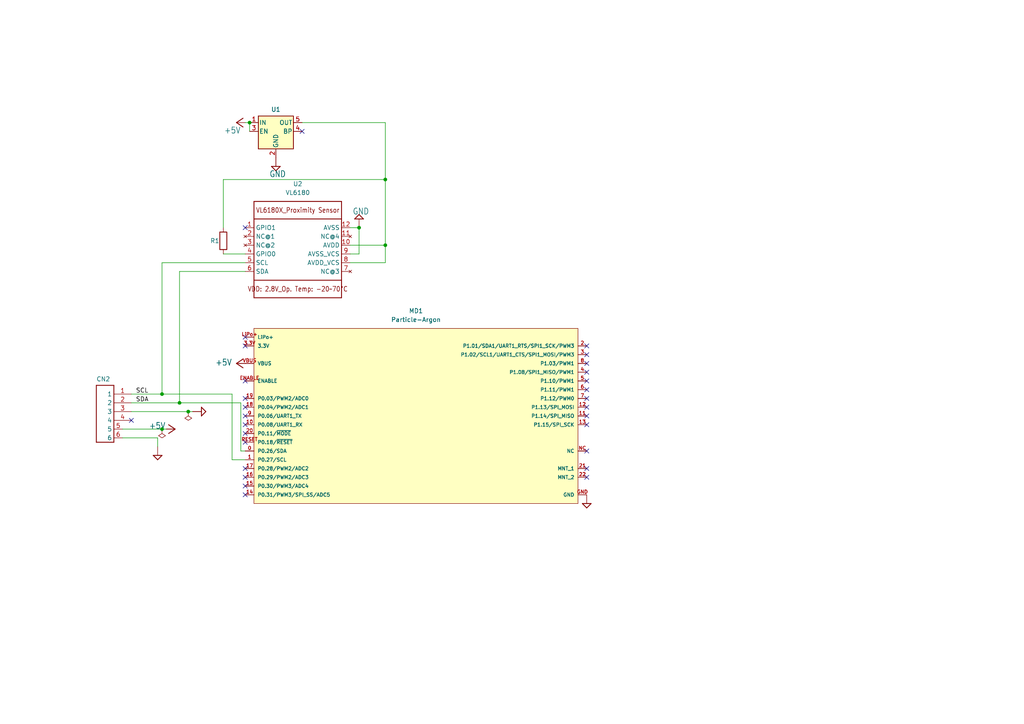
<source format=kicad_sch>
(kicad_sch (version 20211123) (generator eeschema)
  (paper "A4")
  (lib_symbols
    (symbol "Adafruit NeoPixel 8 Stick-eagle-import:+5V" (power)
      (property "Value" "+5V" (at -2.54 -5.08 90))
      (symbol "+5V_1_0"
        (polyline (pts (xy 0 0) (xy -1.27 -1.905)) (stroke (width 0.254)))
        (polyline (pts (xy 1.27 -1.905) (xy 0 0)) (stroke (width 0.254)))
        (pin power_in line (at 0 -2.54 90) (length 2.54) (name "+5V") (number "1"))
      )
    )
    (symbol "Adafruit NeoPixel 8 Stick-eagle-import:1X4SMT"
      (property "Reference" "CN" (at 5.08 7.62 0))
      (property "Value" "1X4SMT" (at 0 -10.16 0))
      (symbol "1X4SMT_1_0"
        (polyline (pts (xy 0 -11.43) (xy 0 5.08)) (stroke (width 0.254)))
        (polyline (pts (xy 0 5.08) (xy 5.08 5.08)) (stroke (width 0.254)))
        (polyline (pts (xy 5.08 -11.43) (xy 0 -11.43)) (stroke (width 0.254)))
        (polyline (pts (xy 5.08 5.08) (xy 5.08 -11.43)) (stroke (width 0.254)))
        (pin bidirectional line (at -5.08 2.54 0) (length 5.08) (name "1") (number "1"))
        (pin bidirectional line (at -5.08 0 0) (length 5.08) (name "2") (number "2"))
        (pin bidirectional line (at -5.08 -2.54 0) (length 5.08) (name "3") (number "3"))
        (pin bidirectional line (at -5.08 -5.08 0) (length 5.08) (name "4") (number "4"))
      )
      (symbol "1X4SMT_1_1"
        (pin bidirectional line (at -2.54 -7.62 0) (length 2.54) (name "5") (number "5"))
        (pin bidirectional line (at -2.54 -10.16 0) (length 2.54) (name "6") (number "6"))
      )
    )
    (symbol "Adafruit NeoPixel 8 Stick-eagle-import:GND" (power)
      (property "Value" "GND" (at -1.905 -3.175 0))
      (symbol "GND_1_0"
        (polyline (pts (xy -1.27 0) (xy 1.27 0)) (stroke (width 0.254)))
        (polyline (pts (xy 0 -1.27) (xy -1.27 0)) (stroke (width 0.254)))
        (polyline (pts (xy 1.27 0) (xy 0 -1.27)) (stroke (width 0.254)))
        (pin power_in line (at 0 2.54 270) (length 2.54) (name "GND") (number "1"))
      )
    )
    (symbol "Adafruit VL6180:VL6180"
      (property "Reference" "U" (at -12.7 13.1826 0))
      (property "Value" "VL6180" (at -12.7 -17.5514 0))
      (symbol "VL6180_1_0"
        (polyline (pts (xy -12.7 -15.24) (xy 12.7 -15.24)) (stroke (width 0.254)))
        (polyline (pts (xy -12.7 -10.16) (xy -12.7 -15.24)) (stroke (width 0.254)))
        (polyline (pts (xy -12.7 -10.16) (xy -12.7 7.62)) (stroke (width 0.254)))
        (polyline (pts (xy -12.7 7.62) (xy -12.7 12.7)) (stroke (width 0.254)))
        (polyline (pts (xy -12.7 7.62) (xy 12.7 7.62)) (stroke (width 0.254)))
        (polyline (pts (xy -12.7 12.7) (xy 12.7 12.7)) (stroke (width 0.254)))
        (polyline (pts (xy 12.7 -15.24) (xy 12.7 -10.16)) (stroke (width 0.254)))
        (polyline (pts (xy 12.7 -10.16) (xy -12.7 -10.16)) (stroke (width 0.254)))
        (polyline (pts (xy 12.7 7.62) (xy 12.7 -10.16)) (stroke (width 0.254)))
        (polyline (pts (xy 12.7 12.7) (xy 12.7 7.62)) (stroke (width 0.254)))
        (text "VDD: 2.8V_Op. Temp: -20~70°C" (at 0 -12.7 0) (effects (font (size 1.4224 1.209))))
        (text "VL6180X_Proximity Sensor" (at 0 10.16 0) (effects (font (size 1.4224 1.209))))
        (pin bidirectional line (at -15.24 5.08 0) (length 2.54) (name "GPIO1") (number "1"))
        (pin power_in line (at 15.24 0 180) (length 2.54) (name "AVDD") (number "10"))
        (pin no_connect line (at 15.24 2.54 180) (length 2.54) (name "NC@4") (number "11"))
        (pin power_in line (at 15.24 5.08 180) (length 2.54) (name "AVSS") (number "12"))
        (pin no_connect line (at -15.24 2.54 0) (length 2.54) (name "NC@1") (number "2"))
        (pin no_connect line (at -15.24 0 0) (length 2.54) (name "NC@2") (number "3"))
        (pin bidirectional line (at -15.24 -2.54 0) (length 2.54) (name "GPIO0") (number "4"))
        (pin input line (at -15.24 -5.08 0) (length 2.54) (name "SCL") (number "5"))
        (pin bidirectional line (at -15.24 -7.62 0) (length 2.54) (name "SDA") (number "6"))
        (pin no_connect line (at 15.24 -7.62 180) (length 2.54) (name "NC@3") (number "7"))
        (pin power_in line (at 15.24 -5.08 180) (length 2.54) (name "AVDD_VCS") (number "8"))
        (pin power_in line (at 15.24 -2.54 180) (length 2.54) (name "AVSS_VCS") (number "9"))
      )
    )
    (symbol "Device:R" (pin_numbers hide) (pin_names (offset 0))
      (property "Reference" "R" (at 2.032 0 90))
      (property "Value" "R" (at 0 0 90))
      (symbol "R_0_1"
        (rectangle (start -1.016 -2.54) (end 1.016 2.54) (stroke (width 0.254)))
      )
      (symbol "R_1_1"
        (pin passive line (at 0 3.81 270) (length 1.27) (name "~") (number "1"))
        (pin passive line (at 0 -3.81 90) (length 1.27) (name "~") (number "2"))
      )
    )
    (symbol "Particle_Argon:Particle-Argon" (pin_names (offset 1.016))
      (property "Reference" "MD" (at 0 5.08 0))
      (property "Value" "Particle-Argon" (at 0 7.62 0))
      (symbol "Particle-Argon_1_1"
        (rectangle (start 5.08 2.54) (end 99.06 -48.26) (fill (type background)))
        (pin bidirectional line (at 2.54 -33.02 0) (length 2.54) (name "P0.26/SDA") (number "0"))
        (pin bidirectional line (at 2.54 -35.56 0) (length 2.54) (name "P0.27/SCL") (number "1"))
        (pin bidirectional line (at 2.54 -25.4 0) (length 2.54) (name "P0.08/UART1_RX") (number "10"))
        (pin bidirectional line (at 101.6 -22.86 180) (length 2.54) (name "P1.14/SPI_MISO") (number "11"))
        (pin bidirectional line (at 101.6 -20.32 180) (length 2.54) (name "P1.13/SPI_MOSI") (number "12"))
        (pin bidirectional line (at 101.6 -25.4 180) (length 2.54) (name "P1.15/SPI_SCK") (number "13"))
        (pin bidirectional line (at 2.54 -45.72 0) (length 2.54) (name "P0.31/PWM3/SPI_SS/ADC5") (number "14"))
        (pin bidirectional line (at 2.54 -43.18 0) (length 2.54) (name "P0.30/PWM3/ADC4") (number "15"))
        (pin bidirectional line (at 2.54 -40.64 0) (length 2.54) (name "P0.29/PWM2/ADC3") (number "16"))
        (pin bidirectional line (at 2.54 -38.1 0) (length 2.54) (name "P0.28/PWM2/ADC2") (number "17"))
        (pin bidirectional line (at 2.54 -20.32 0) (length 2.54) (name "P0.04/PWM2/ADC1") (number "18"))
        (pin bidirectional line (at 2.54 -17.78 0) (length 2.54) (name "P0.03/PWM2/ADC0") (number "19"))
        (pin bidirectional line (at 101.6 -2.54 180) (length 2.54) (name "P1.01/SDA1/UART1_RTS/SPI1_SCK/PWM3") (number "2"))
        (pin bidirectional line (at 2.54 -27.94 0) (length 2.54) (name "P0.11/~{MODE}") (number "20"))
        (pin passive line (at 101.6 -38.1 180) (length 2.54) (name "MNT_1") (number "21"))
        (pin passive line (at 101.6 -40.64 180) (length 2.54) (name "MNT_2") (number "22"))
        (pin bidirectional line (at 101.6 -5.08 180) (length 2.54) (name "P1.02/SCL1/UART1_CTS/SPI1_MOSI/PWM3") (number "3"))
        (pin power_in line (at 2.54 -2.54 0) (length 2.54) (name "3.3V") (number "3.3V"))
        (pin bidirectional line (at 101.6 -10.16 180) (length 2.54) (name "P1.08/SPI1_MISO/PWM1") (number "4"))
        (pin bidirectional line (at 101.6 -12.7 180) (length 2.54) (name "P1.10/PWM1") (number "5"))
        (pin bidirectional line (at 101.6 -15.24 180) (length 2.54) (name "P1.11/PWM1") (number "6"))
        (pin bidirectional line (at 101.6 -17.78 180) (length 2.54) (name "P1.12/PWM0") (number "7"))
        (pin bidirectional line (at 101.6 -7.62 180) (length 2.54) (name "P1.03/PWM1") (number "8"))
        (pin bidirectional line (at 2.54 -22.86 0) (length 2.54) (name "P0.06/UART1_TX") (number "9"))
        (pin input line (at 2.54 -12.7 0) (length 2.54) (name "ENABLE") (number "ENABLE"))
        (pin power_in line (at 101.6 -45.72 180) (length 2.54) (name "GND") (number "GND"))
        (pin power_in line (at 2.54 0 0) (length 2.54) (name "LiPo+") (number "LiPo+"))
        (pin passive line (at 101.6 -33.02 180) (length 2.54) (name "NC") (number "NC"))
        (pin bidirectional line (at 2.54 -30.48 0) (length 2.54) (name "P0.18/~{RESET}") (number "RESET"))
        (pin power_in line (at 2.54 -7.62 0) (length 2.54) (name "VBUS") (number "VBUS"))
      )
    )
    (symbol "Regulator_Linear:MIC5219-2.85YM5" (pin_names (offset 0.254))
      (property "Reference" "U" (at -3.81 5.715 0))
      (property "Value" "MIC5219-2.85YM5" (at 0 5.715 0))
      (symbol "MIC5219-2.85YM5_0_1"
        (rectangle (start -5.08 4.445) (end 5.08 -5.08) (stroke (width 0.254)) (fill (type background)))
      )
      (symbol "MIC5219-2.85YM5_1_1"
        (pin power_in line (at -7.62 2.54 0) (length 2.54) (name "IN") (number "1"))
        (pin power_in line (at 0 -7.62 90) (length 2.54) (name "GND") (number "2"))
        (pin input line (at -7.62 0 0) (length 2.54) (name "EN") (number "3"))
        (pin input line (at 7.62 0 180) (length 2.54) (name "BP") (number "4"))
        (pin power_out line (at 7.62 2.54 180) (length 2.54) (name "OUT") (number "5"))
      )
    )
    (symbol "power:PWR_FLAG" (power) (pin_numbers hide) (pin_names (offset 0) hide)
      (property "Value" "PWR_FLAG" (at 0 3.81 0))
      (symbol "PWR_FLAG_0_0"
        (pin power_out line (at 0 0 90) (length 0) (name "pwr") (number "1"))
      )
      (symbol "PWR_FLAG_0_1"
        (polyline (pts (xy 0 0) (xy 0 1.27) (xy -1.016 1.905) (xy 0 2.54) (xy 1.016 1.905) (xy 0 1.27)))
      )
    )
  )
  (junction (at 111.76 71.12))
  (junction (at 46.99 124.46))
  (junction (at 52.07 116.84))
  (junction (at 72.39 35.56))
  (junction (at 111.76 52.07))
  (junction (at 46.99 114.3))
  (junction (at 104.14 66.04))
  (junction (at 54.61 119.38))
  (no_connect (at 170.18 115.57))
  (no_connect (at 170.18 118.11))
  (no_connect (at 170.18 120.65))
  (no_connect (at 170.18 123.19))
  (no_connect (at 170.18 130.81))
  (no_connect (at 170.18 135.89))
  (no_connect (at 170.18 138.43))
  (no_connect (at 170.18 110.49))
  (no_connect (at 170.18 113.03))
  (no_connect (at 87.63 38.1))
  (no_connect (at 170.18 100.33))
  (no_connect (at 170.18 102.87))
  (no_connect (at 71.12 123.19))
  (no_connect (at 71.12 125.73))
  (no_connect (at 71.12 128.27))
  (no_connect (at 170.18 105.41))
  (no_connect (at 170.18 107.95))
  (no_connect (at 71.12 120.65))
  (no_connect (at 71.12 66.04))
  (no_connect (at 71.12 138.43))
  (no_connect (at 71.12 97.79))
  (no_connect (at 71.12 110.49))
  (no_connect (at 71.12 100.33))
  (no_connect (at 38.1 121.92))
  (no_connect (at 71.12 115.57))
  (no_connect (at 71.12 118.11))
  (no_connect (at 71.12 135.89))
  (no_connect (at 71.12 140.97))
  (no_connect (at 71.12 143.51))
  (wire (pts (xy 104.14 73.66) (xy 104.14 66.04)))
  (wire (pts (xy 35.56 127) (xy 45.72 127)))
  (wire (pts (xy 45.72 127) (xy 45.72 129.54)))
  (wire (pts (xy 64.77 52.07) (xy 111.76 52.07)))
  (wire (pts (xy 69.85 130.81) (xy 71.12 130.81)))
  (wire (pts (xy 54.61 119.38) (xy 55.88 119.38)))
  (wire (pts (xy 67.31 133.35) (xy 71.12 133.35)))
  (wire (pts (xy 35.56 124.46) (xy 46.99 124.46)))
  (wire (pts (xy 38.1 119.38) (xy 54.61 119.38)))
  (wire (pts (xy 101.6 66.04) (xy 104.14 66.04)))
  (wire (pts (xy 111.76 52.07) (xy 111.76 71.12)))
  (wire (pts (xy 111.76 71.12) (xy 111.76 76.2)))
  (wire (pts (xy 67.31 114.3) (xy 67.31 133.35)))
  (wire (pts (xy 69.85 116.84) (xy 69.85 130.81)))
  (wire (pts (xy 101.6 76.2) (xy 111.76 76.2)))
  (wire (pts (xy 46.99 124.46) (xy 48.26 124.46)))
  (wire (pts (xy 46.99 76.2) (xy 46.99 114.3)))
  (wire (pts (xy 71.12 35.56) (xy 72.39 35.56)))
  (wire (pts (xy 52.07 78.74) (xy 52.07 116.84)))
  (wire (pts (xy 71.12 78.74) (xy 52.07 78.74)))
  (wire (pts (xy 64.77 66.04) (xy 64.77 52.07)))
  (wire (pts (xy 111.76 71.12) (xy 101.6 71.12)))
  (wire (pts (xy 71.12 76.2) (xy 46.99 76.2)))
  (wire (pts (xy 101.6 73.66) (xy 104.14 73.66)))
  (wire (pts (xy 52.07 116.84) (xy 69.85 116.84)))
  (wire (pts (xy 87.63 35.56) (xy 111.76 35.56)))
  (wire (pts (xy 64.77 73.66) (xy 71.12 73.66)))
  (wire (pts (xy 72.39 35.56) (xy 72.39 38.1)))
  (wire (pts (xy 38.1 114.3) (xy 46.99 114.3)))
  (wire (pts (xy 46.99 114.3) (xy 67.31 114.3)))
  (wire (pts (xy 38.1 116.84) (xy 52.07 116.84)))
  (wire (pts (xy 111.76 35.56) (xy 111.76 52.07)))
  (label "SCL" (at 39.37 114.3 0))
  (label "SDA" (at 39.37 116.84 0))
  (symbol (lib_id "Adafruit NeoPixel 8 Stick-eagle-import:GND") (at 170.18 146.05 0) (unit 1)
    (property "Reference" "#SUPPLY0101" (effects hide))
    (property "Value" "GND" (effects hide))
    (property "Footprint" "Adafruit NeoPixel 8 Stick:" (effects hide))
  )
  (symbol (lib_id "Adafruit NeoPixel 8 Stick-eagle-import:GND") (at 58.42 119.38 90) (unit 1)
    (property "Reference" "#SUPPLY02" (effects hide))
    (property "Value" "GND" (effects hide))
    (property "Footprint" "Adafruit NeoPixel 8 Stick:" (effects hide))
  )
  (symbol (lib_id "Adafruit NeoPixel 8 Stick-eagle-import:+5V") (at 68.58 105.41 90) (unit 1)
    (property "Reference" "#P+0101" (effects hide))
    (property "Value" "+5V" (at 67.31 104.14 90) (effects (font (size 1.778 1.5113)) (justify left bottom)))
    (property "Footprint" "Adafruit NeoPixel 8 Stick:" (effects hide))
  )
  (symbol (lib_id "Adafruit NeoPixel 8 Stick-eagle-import:+5V") (at 50.8 124.46 270) (unit 1)
    (property "Reference" "#P+011" (effects hide))
    (property "Value" "+5V" (at 43.18 124.46 90) (effects (font (size 1.778 1.5113)) (justify left bottom)))
    (property "Footprint" "Adafruit NeoPixel 8 Stick:" (effects hide))
  )
  (symbol (lib_id "Adafruit VL6180:VL6180") (at 86.36 71.12 0) (unit 1)
    (property "Reference" "U2" (at 86.36 53.34 0))
    (property "Value" "VL6180" (at 86.36 55.88 0))
    (property "Footprint" "Adafruit VL6180:VL6180" (effects hide))
  )
  (symbol (lib_id "Adafruit NeoPixel 8 Stick-eagle-import:GND") (at 104.14 63.5 0) (mirror x) (unit 1)
    (property "Reference" "#SUPPLY0102" (effects hide))
    (property "Value" "GND" (at 102.235 60.325 0) (effects (font (size 1.778 1.5113)) (justify left bottom)))
    (property "Footprint" "Adafruit NeoPixel 8 Stick:" (effects hide))
  )
  (symbol (lib_id "Adafruit NeoPixel 8 Stick-eagle-import:GND") (at 45.72 132.08 0) (unit 1)
    (property "Reference" "#SUPPLY07" (effects hide))
    (property "Value" "GND" (effects hide))
    (property "Footprint" "Adafruit NeoPixel 8 Stick:" (effects hide))
  )
  (symbol (lib_id "Adafruit NeoPixel 8 Stick-eagle-import:GND") (at 80.01 48.26 0) (unit 1)
    (property "Reference" "#SUPPLY0103" (effects hide))
    (property "Value" "GND" (at 78.105 51.435 0) (effects (font (size 1.778 1.5113)) (justify left bottom)))
    (property "Footprint" "Adafruit NeoPixel 8 Stick:" (effects hide))
  )
  (symbol (lib_id "Adafruit NeoPixel 8 Stick-eagle-import:1X4SMT") (at 33.02 116.84 0) (mirror y) (unit 1)
    (property "Reference" "CN2" (at 27.94 109.22 0) (effects (justify right top)))
    (property "Value" "1X4SMT" (effects hide))
    (property "Footprint" "Adafruit NeoPixel 8 Stick:1X4-SMT" (effects hide))
  )
  (symbol (lib_id "Regulator_Linear:MIC5219-2.85YM5") (at 80.01 38.1 0) (unit 1)
    (property "Reference" "U1" (at 80.01 31.75 0))
    (property "Value" "MIC5219-2.85YM5" (effects hide))
    (property "Footprint" "Package_TO_SOT_SMD:SOT-23-5" (effects hide))
    (property "Datasheet" "http://ww1.microchip.com/downloads/en/DeviceDoc/MIC5219-500mA-Peak-Output-LDO-Regulator-DS20006021A.pdf" (effects hide))
  )
  (symbol (lib_id "power:PWR_FLAG") (at 54.61 119.38 180) (unit 1)
    (property "Reference" "#FLG0101" (effects hide))
    (property "Value" "PWR_FLAG" (effects hide))
  )
  (symbol (lib_id "Adafruit NeoPixel 8 Stick-eagle-import:+5V") (at 68.58 35.56 90) (unit 1)
    (property "Reference" "#P+0102" (effects hide))
    (property "Value" "+5V" (at 69.85 36.83 90) (effects (font (size 1.778 1.5113)) (justify left bottom)))
    (property "Footprint" "Adafruit NeoPixel 8 Stick:" (effects hide))
  )
  (symbol (lib_id "Particle_Argon:Particle-Argon") (at 68.58 97.79 0) (unit 1)
    (property "Reference" "MD1" (at 120.65 90.17 0))
    (property "Value" "Particle-Argon" (at 120.65 92.71 0))
    (property "Footprint" "Particle_Argon:Particle-Argon-0-0-MD1" (effects hide))
    (property "Datasheet" "https://docs.particle.io/datasheets/wi-fi/argon-datasheet/" (effects hide))
    (property "automotive" "No" (effects hide))
    (property "category" "UNK" (effects hide))
    (property "data rate" "2Mbits/s" (effects hide))
    (property "device class L1" "Integrated Circuits (ICs)" (effects hide))
    (property "device class L2" "RF Semiconductors and Devices" (effects hide))
    (property "device class L3" "Transceivers" (effects hide))
    (property "digikey description" "Bluetooth, WiFi 802.11b/g/n, Bluetooth v5.0 Transceiver Module 2.4GHz Integrated, Chip + U.FL Through Hole" (effects hide))
    (property "digikey part number" "1878-1022-ND" (effects hide))
    (property "interface" "I2C,SPI,UART,USB" (effects hide))
    (property "lead free" "Yes" (effects hide))
    (property "library id" "e0558b8e09437f9b" (effects hide))
    (property "manufacturer" "Particle" (effects hide))
    (property "max frequency" "2500MHz" (effects hide))
    (property "max supply voltage" "4.4V" (effects hide))
    (property "min supply voltage" "3V" (effects hide))
    (property "mouser part number" "465-ARGN-H" (effects hide))
    (property "nominal supply current" "20-8000uA" (effects hide))
    (property "number of ADC channels" "6" (effects hide))
    (property "number of GPIO" "20" (effects hide))
    (property "package" "PTH_MODULE_22MM86_50MM8" (effects hide))
    (property "rohs" "Yes" (effects hide))
    (property "temperature range high" "+60°C" (effects hide))
    (property "temperature range low" "-20°C" (effects hide))
  )
  (symbol (lib_id "power:PWR_FLAG") (at 46.99 124.46 180) (unit 1)
    (property "Reference" "#FLG0102" (effects hide))
    (property "Value" "PWR_FLAG" (effects hide))
  )
  (symbol (lib_id "Device:R") (at 64.77 69.85 0) (unit 1)
    (property "Reference" "R1" (at 60.96 69.85 0) (effects (justify left)))
    (property "Value" "R" (effects hide))
    (property "Footprint" "Resistor_THT:R_Axial_DIN0207_L6.3mm_D2.5mm_P7.62mm_Horizontal" (effects hide))
  )
)
</source>
